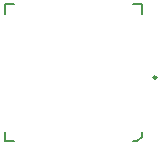
<source format=gbo>
%FSLAX25Y25*%
%MOIN*%
G70*
G01*
G75*
G04 Layer_Color=32896*
%ADD10R,0.02756X0.05118*%
%ADD11R,0.09370X0.06496*%
%ADD12R,0.00984X0.02756*%
%ADD13R,0.01929X0.01181*%
%ADD14R,0.02047X0.01181*%
%ADD15R,0.06299X0.03543*%
%ADD16R,0.01102X0.01969*%
%ADD17R,0.12205X0.12205*%
%ADD18R,0.00984X0.02362*%
%ADD19R,0.02362X0.00984*%
%ADD20R,0.01969X0.01969*%
%ADD21R,0.01969X0.01969*%
%ADD22R,0.10709X0.05079*%
%ADD23R,0.05787X0.04449*%
%ADD24R,0.03000X0.03000*%
%ADD25R,0.04449X0.05787*%
%ADD26R,0.03000X0.03000*%
%ADD27R,0.04331X0.03543*%
%ADD28C,0.00600*%
%ADD29C,0.01000*%
%ADD30C,0.01200*%
%ADD31C,0.00800*%
%ADD32C,0.00500*%
%ADD33C,0.02000*%
%ADD34C,0.05118*%
%ADD35C,0.01969*%
%ADD36C,0.01400*%
%ADD37O,0.01575X0.05299*%
%ADD38O,0.01575X0.06874*%
%ADD39O,0.05299X0.01575*%
%ADD40O,0.06874X0.01575*%
%ADD41O,0.10024X0.01575*%
%ADD42R,0.02953X0.05906*%
%ADD43C,0.00984*%
%ADD44C,0.00394*%
%ADD45C,0.00787*%
%ADD46R,0.00984X0.01969*%
%ADD47R,0.05118X0.02756*%
%ADD48R,0.05512X0.05512*%
%ADD49R,0.05512X0.05906*%
%ADD50R,0.02756X0.00000*%
%ADD51R,0.02956X0.05318*%
%ADD52R,0.10173X0.07299*%
%ADD53R,0.01787X0.03559*%
%ADD54R,0.02323X0.01575*%
%ADD55R,0.02441X0.01575*%
%ADD56R,0.06850X0.04095*%
%ADD57R,0.01654X0.02520*%
%ADD58R,0.12405X0.12405*%
%ADD59R,0.02169X0.02169*%
%ADD60R,0.02169X0.02169*%
%ADD61R,0.10909X0.05279*%
%ADD62R,0.05987X0.04649*%
%ADD63R,0.03200X0.03200*%
%ADD64R,0.04649X0.05987*%
%ADD65R,0.03200X0.03200*%
%ADD66R,0.04531X0.03743*%
%ADD67C,0.02169*%
%ADD68O,0.01775X0.05499*%
%ADD69O,0.01775X0.07074*%
%ADD70O,0.05499X0.01775*%
%ADD71O,0.07074X0.01775*%
%ADD72O,0.10224X0.01775*%
D43*
X53158Y37925D02*
G03*
X53158Y37925I-492J0D01*
G01*
D45*
X45185Y16665D02*
X46760D01*
X48335Y18240D02*
Y19815D01*
X46760Y16665D02*
X48335Y18240D01*
X45185Y62335D02*
X48335D01*
Y59185D02*
Y62335D01*
X2665Y16665D02*
X5815D01*
X2665D02*
Y19815D01*
Y62335D02*
X5815D01*
X2665Y59185D02*
Y62335D01*
M02*

</source>
